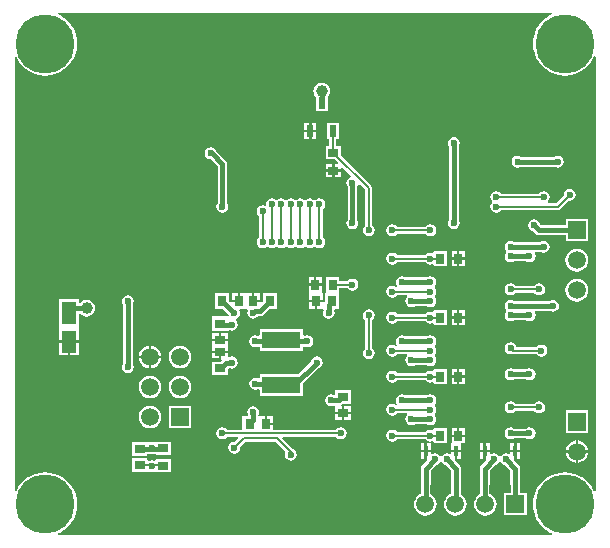
<source format=gbl>
%FSLAX43Y43*%
%MOMM*%
G71*
G01*
G75*
G04 Layer_Physical_Order=2*
G04 Layer_Color=16711680*
%ADD10R,0.559X0.711*%
%ADD11R,3.650X2.050*%
%ADD12R,1.500X1.400*%
%ADD13R,0.800X0.900*%
%ADD14R,1.050X0.600*%
%ADD15R,3.300X1.100*%
%ADD16R,2.150X0.900*%
%ADD17R,2.150X3.200*%
%ADD18O,2.050X0.600*%
%ADD19O,0.600X2.050*%
%ADD20R,0.900X0.800*%
%ADD21R,1.250X1.950*%
%ADD22R,2.250X2.100*%
%ADD23O,1.550X0.250*%
%ADD24R,0.700X0.900*%
%ADD25R,0.900X0.700*%
%ADD26R,3.000X1.000*%
%ADD27R,0.900X1.000*%
%ADD28R,1.900X2.400*%
%ADD29R,1.900X2.300*%
%ADD30R,1.400X0.400*%
%ADD31C,0.400*%
%ADD32C,0.200*%
%ADD33C,1.500*%
%ADD34R,1.500X1.500*%
%ADD35R,1.500X1.500*%
%ADD36C,5.000*%
%ADD37C,0.600*%
%ADD38C,1.000*%
%ADD39R,0.450X0.900*%
%ADD40R,0.600X1.000*%
%ADD41R,3.300X1.400*%
G36*
X45915Y44473D02*
X45770Y44413D01*
X45408Y44191D01*
X45085Y43915D01*
X44809Y43592D01*
X44587Y43230D01*
X44424Y42837D01*
X44325Y42424D01*
X44292Y42000D01*
X44325Y41576D01*
X44424Y41163D01*
X44587Y40770D01*
X44809Y40408D01*
X45085Y40085D01*
X45408Y39809D01*
X45770Y39587D01*
X46163Y39424D01*
X46576Y39325D01*
X47000Y39292D01*
X47424Y39325D01*
X47837Y39424D01*
X48230Y39587D01*
X48592Y39809D01*
X48915Y40085D01*
X49191Y40408D01*
X49413Y40770D01*
X49473Y40915D01*
X49600Y40890D01*
X49600Y4110D01*
X49473Y4085D01*
X49413Y4230D01*
X49191Y4592D01*
X48915Y4915D01*
X48592Y5191D01*
X48230Y5413D01*
X47837Y5576D01*
X47424Y5675D01*
X47000Y5708D01*
X46576Y5675D01*
X46163Y5576D01*
X45770Y5413D01*
X45408Y5191D01*
X45085Y4915D01*
X44809Y4592D01*
X44587Y4230D01*
X44424Y3837D01*
X44325Y3424D01*
X44292Y3000D01*
X44325Y2576D01*
X44424Y2163D01*
X44587Y1770D01*
X44809Y1408D01*
X45085Y1085D01*
X45408Y809D01*
X45770Y587D01*
X45915Y527D01*
X45890Y400D01*
X4110D01*
X4085Y527D01*
X4230Y587D01*
X4592Y809D01*
X4915Y1085D01*
X5191Y1408D01*
X5413Y1770D01*
X5576Y2163D01*
X5675Y2576D01*
X5708Y3000D01*
X5675Y3424D01*
X5576Y3837D01*
X5413Y4230D01*
X5191Y4592D01*
X4915Y4915D01*
X4592Y5191D01*
X4230Y5413D01*
X3837Y5576D01*
X3424Y5675D01*
X3000Y5708D01*
X2576Y5675D01*
X2163Y5576D01*
X1770Y5413D01*
X1408Y5191D01*
X1085Y4915D01*
X809Y4592D01*
X587Y4230D01*
X527Y4085D01*
X400Y4110D01*
X400Y40890D01*
X527Y40915D01*
X587Y40770D01*
X809Y40408D01*
X1085Y40085D01*
X1408Y39809D01*
X1770Y39587D01*
X2163Y39424D01*
X2576Y39325D01*
X3000Y39292D01*
X3424Y39325D01*
X3837Y39424D01*
X4230Y39587D01*
X4592Y39809D01*
X4915Y40085D01*
X5191Y40408D01*
X5413Y40770D01*
X5576Y41163D01*
X5675Y41576D01*
X5708Y42000D01*
X5675Y42424D01*
X5576Y42837D01*
X5413Y43230D01*
X5191Y43592D01*
X4915Y43915D01*
X4592Y44191D01*
X4230Y44413D01*
X4085Y44473D01*
X4110Y44600D01*
X45890D01*
X45915Y44473D01*
D02*
G37*
%LPC*%
G36*
X14400Y13898D02*
X14152Y13866D01*
X13921Y13770D01*
X13722Y13618D01*
X13570Y13419D01*
X13474Y13188D01*
X13442Y12940D01*
X13474Y12692D01*
X13570Y12461D01*
X13722Y12262D01*
X13921Y12110D01*
X14152Y12014D01*
X14400Y11982D01*
X14648Y12014D01*
X14879Y12110D01*
X15078Y12262D01*
X15230Y12461D01*
X15326Y12692D01*
X15358Y12940D01*
X15326Y13188D01*
X15230Y13419D01*
X15078Y13618D01*
X14879Y13770D01*
X14648Y13866D01*
X14400Y13898D01*
D02*
G37*
G36*
X11860D02*
X11612Y13866D01*
X11381Y13770D01*
X11182Y13618D01*
X11030Y13419D01*
X10934Y13188D01*
X10902Y12940D01*
X10934Y12692D01*
X11030Y12461D01*
X11182Y12262D01*
X11381Y12110D01*
X11612Y12014D01*
X11860Y11982D01*
X12108Y12014D01*
X12339Y12110D01*
X12538Y12262D01*
X12690Y12461D01*
X12786Y12692D01*
X12818Y12940D01*
X12786Y13188D01*
X12690Y13419D01*
X12538Y13618D01*
X12339Y13770D01*
X12108Y13866D01*
X11860Y13898D01*
D02*
G37*
G36*
X28850Y11300D02*
X28300D01*
Y10800D01*
X28850D01*
Y11300D01*
D02*
G37*
G36*
X37850Y13700D02*
X37400D01*
Y13150D01*
X37850D01*
Y13700D01*
D02*
G37*
G36*
X28850Y12700D02*
X27550D01*
Y12320D01*
X27423Y12252D01*
X27395Y12271D01*
X27200Y12310D01*
X27005Y12271D01*
X26840Y12160D01*
X26729Y11995D01*
X26690Y11800D01*
X26729Y11605D01*
X26840Y11440D01*
X27005Y11329D01*
X27200Y11290D01*
X27395Y11329D01*
X27450Y11366D01*
X27550Y11280D01*
X27550Y11265D01*
Y10800D01*
X28100D01*
Y11304D01*
X28060Y11418D01*
X28062Y11427D01*
X28171Y11500D01*
X28850D01*
Y12700D01*
D02*
G37*
G36*
X35600Y12310D02*
X35405Y12271D01*
X35310Y12208D01*
X33490D01*
X33395Y12271D01*
X33200Y12310D01*
X33005Y12271D01*
X32840Y12160D01*
X32729Y11995D01*
X32690Y11800D01*
X32729Y11605D01*
X32814Y11477D01*
X32723Y11386D01*
X32595Y11471D01*
X32400Y11510D01*
X32205Y11471D01*
X32040Y11360D01*
X31929Y11195D01*
X31890Y11000D01*
X31929Y10805D01*
X32040Y10640D01*
X32205Y10529D01*
X32400Y10490D01*
X32595Y10529D01*
X32760Y10640D01*
X32797Y10694D01*
X33611D01*
X33649Y10567D01*
X33640Y10560D01*
X33529Y10395D01*
X33490Y10200D01*
X33529Y10005D01*
X33640Y9840D01*
X33805Y9729D01*
X34000Y9690D01*
X34195Y9729D01*
X34290Y9792D01*
X35310D01*
X35405Y9729D01*
X35600Y9690D01*
X35795Y9729D01*
X35960Y9840D01*
X36071Y10005D01*
X36110Y10200D01*
X36071Y10395D01*
X35995Y10510D01*
X35971Y10600D01*
X35995Y10690D01*
X36071Y10805D01*
X36110Y11000D01*
X36071Y11195D01*
X35995Y11310D01*
X35971Y11400D01*
X35995Y11490D01*
X36071Y11605D01*
X36110Y11800D01*
X36071Y11995D01*
X35960Y12160D01*
X35795Y12271D01*
X35600Y12310D01*
D02*
G37*
G36*
X22300Y10450D02*
X21800D01*
Y9900D01*
X22300D01*
Y10450D01*
D02*
G37*
G36*
X15350Y11350D02*
X13450D01*
Y9450D01*
X15350D01*
Y11350D01*
D02*
G37*
G36*
X11860Y11358D02*
X11612Y11326D01*
X11381Y11230D01*
X11182Y11078D01*
X11030Y10879D01*
X10934Y10648D01*
X10902Y10400D01*
X10934Y10152D01*
X11030Y9921D01*
X11182Y9722D01*
X11381Y9570D01*
X11612Y9474D01*
X11860Y9442D01*
X12108Y9474D01*
X12339Y9570D01*
X12538Y9722D01*
X12690Y9921D01*
X12786Y10152D01*
X12818Y10400D01*
X12786Y10648D01*
X12690Y10879D01*
X12538Y11078D01*
X12339Y11230D01*
X12108Y11326D01*
X11860Y11358D01*
D02*
G37*
G36*
X42400Y11710D02*
X42205Y11671D01*
X42040Y11560D01*
X41929Y11395D01*
X41890Y11200D01*
X41929Y11005D01*
X42040Y10840D01*
X42205Y10729D01*
X42400Y10690D01*
X42595Y10729D01*
X42760Y10840D01*
X42797Y10894D01*
X44403D01*
X44440Y10840D01*
X44605Y10729D01*
X44800Y10690D01*
X44995Y10729D01*
X45160Y10840D01*
X45271Y11005D01*
X45310Y11200D01*
X45271Y11395D01*
X45160Y11560D01*
X44995Y11671D01*
X44800Y11710D01*
X44605Y11671D01*
X44440Y11560D01*
X44403Y11506D01*
X42797D01*
X42760Y11560D01*
X42595Y11671D01*
X42400Y11710D01*
D02*
G37*
G36*
X28850Y10600D02*
X28300D01*
Y10100D01*
X28850D01*
Y10600D01*
D02*
G37*
G36*
X28100D02*
X27550D01*
Y10100D01*
X28100D01*
Y10600D01*
D02*
G37*
G36*
X38500Y13700D02*
X38050D01*
Y13150D01*
X38500D01*
Y13700D01*
D02*
G37*
G36*
X11760Y15380D02*
X10915D01*
X10934Y15232D01*
X11030Y15001D01*
X11182Y14802D01*
X11381Y14650D01*
X11612Y14554D01*
X11760Y14535D01*
Y15380D01*
D02*
G37*
G36*
X14400Y16438D02*
X14152Y16406D01*
X13921Y16310D01*
X13722Y16158D01*
X13570Y15959D01*
X13474Y15728D01*
X13442Y15480D01*
X13474Y15232D01*
X13570Y15001D01*
X13722Y14802D01*
X13921Y14650D01*
X14152Y14554D01*
X14400Y14522D01*
X14648Y14554D01*
X14879Y14650D01*
X15078Y14802D01*
X15230Y15001D01*
X15326Y15232D01*
X15358Y15480D01*
X15326Y15728D01*
X15230Y15959D01*
X15078Y16158D01*
X14879Y16310D01*
X14648Y16406D01*
X14400Y16438D01*
D02*
G37*
G36*
X18450Y15800D02*
X17900D01*
Y15335D01*
X17946Y15223D01*
X17773Y15050D01*
X17150D01*
Y13950D01*
X18450D01*
Y14480D01*
X18577Y14548D01*
X18605Y14529D01*
X18800Y14490D01*
X18995Y14529D01*
X19160Y14640D01*
X19271Y14805D01*
X19310Y15000D01*
X19271Y15195D01*
X19160Y15360D01*
X18995Y15471D01*
X18800Y15510D01*
X18605Y15471D01*
X18577Y15452D01*
X18450Y15520D01*
Y15800D01*
D02*
G37*
G36*
X17700D02*
X17150D01*
Y15350D01*
X17700D01*
Y15800D01*
D02*
G37*
G36*
X30400Y19510D02*
X30205Y19471D01*
X30039Y19360D01*
X29929Y19195D01*
X29890Y19000D01*
X29929Y18805D01*
X30039Y18639D01*
X30094Y18603D01*
Y16197D01*
X30040Y16160D01*
X29929Y15995D01*
X29890Y15800D01*
X29929Y15605D01*
X30040Y15440D01*
X30205Y15329D01*
X30400Y15290D01*
X30595Y15329D01*
X30760Y15440D01*
X30871Y15605D01*
X30910Y15800D01*
X30871Y15995D01*
X30760Y16160D01*
X30706Y16197D01*
Y18603D01*
X30760Y18639D01*
X30871Y18805D01*
X30910Y19000D01*
X30871Y19195D01*
X30760Y19360D01*
X30595Y19471D01*
X30400Y19510D01*
D02*
G37*
G36*
X12805Y15380D02*
X11960D01*
Y14535D01*
X12108Y14554D01*
X12339Y14650D01*
X12538Y14802D01*
X12690Y15001D01*
X12786Y15232D01*
X12805Y15380D01*
D02*
G37*
G36*
X38500Y14450D02*
X38050D01*
Y13900D01*
X38500D01*
Y14450D01*
D02*
G37*
G36*
X37850D02*
X37400D01*
Y13900D01*
X37850D01*
Y14450D01*
D02*
G37*
G36*
X26000Y15510D02*
X25805Y15471D01*
X25640Y15360D01*
X25529Y15195D01*
X25507Y15084D01*
X24423Y14000D01*
X21150D01*
Y13720D01*
X21023Y13652D01*
X20995Y13671D01*
X20800Y13710D01*
X20605Y13671D01*
X20440Y13560D01*
X20329Y13395D01*
X20290Y13200D01*
X20329Y13005D01*
X20440Y12840D01*
X20605Y12729D01*
X20800Y12690D01*
X20995Y12729D01*
X21023Y12748D01*
X21150Y12680D01*
Y12200D01*
X24850D01*
Y13273D01*
X26084Y14507D01*
X26195Y14529D01*
X26360Y14640D01*
X26471Y14805D01*
X26510Y15000D01*
X26471Y15195D01*
X26360Y15360D01*
X26195Y15471D01*
X26000Y15510D01*
D02*
G37*
G36*
X44000Y14510D02*
X43805Y14471D01*
X43710Y14408D01*
X42690D01*
X42595Y14471D01*
X42400Y14510D01*
X42205Y14471D01*
X42040Y14360D01*
X41929Y14195D01*
X41890Y14000D01*
X41929Y13805D01*
X42040Y13640D01*
X42205Y13529D01*
X42400Y13490D01*
X42595Y13529D01*
X42690Y13592D01*
X43710D01*
X43805Y13529D01*
X44000Y13490D01*
X44195Y13529D01*
X44360Y13640D01*
X44471Y13805D01*
X44510Y14000D01*
X44471Y14195D01*
X44360Y14360D01*
X44195Y14471D01*
X44000Y14510D01*
D02*
G37*
G36*
X37000Y14450D02*
X35900D01*
Y14342D01*
X35773Y14275D01*
X35600Y14310D01*
X35405Y14271D01*
X35240Y14160D01*
X35203Y14106D01*
X32797D01*
X32760Y14160D01*
X32595Y14271D01*
X32400Y14310D01*
X32205Y14271D01*
X32040Y14160D01*
X31929Y13995D01*
X31890Y13800D01*
X31929Y13605D01*
X32040Y13440D01*
X32205Y13329D01*
X32400Y13290D01*
X32595Y13329D01*
X32760Y13440D01*
X32797Y13494D01*
X35203D01*
X35240Y13440D01*
X35405Y13329D01*
X35600Y13290D01*
X35773Y13325D01*
X35900Y13258D01*
Y13150D01*
X37000D01*
Y14450D01*
D02*
G37*
G36*
X10000Y20710D02*
X9805Y20671D01*
X9640Y20560D01*
X9529Y20395D01*
X9490Y20200D01*
X9529Y20005D01*
X9592Y19910D01*
Y14890D01*
X9529Y14795D01*
X9490Y14600D01*
X9529Y14405D01*
X9640Y14240D01*
X9805Y14129D01*
X10000Y14090D01*
X10195Y14129D01*
X10360Y14240D01*
X10471Y14405D01*
X10510Y14600D01*
X10471Y14795D01*
X10408Y14890D01*
Y19910D01*
X10471Y20005D01*
X10510Y20200D01*
X10471Y20395D01*
X10360Y20560D01*
X10195Y20671D01*
X10000Y20710D01*
D02*
G37*
G36*
X42700Y7400D02*
X42375D01*
Y7304D01*
X42248Y7236D01*
X42195Y7271D01*
X42000Y7310D01*
X41805Y7271D01*
X41640Y7160D01*
X41576Y7066D01*
X41424D01*
X41360Y7160D01*
X41195Y7271D01*
X41000Y7310D01*
X40805Y7271D01*
X40752Y7236D01*
X40625Y7304D01*
Y7400D01*
X40300D01*
Y6850D01*
X40307D01*
X40356Y6733D01*
X39912Y6288D01*
X39823Y6156D01*
X39818Y6130D01*
X39806Y6069D01*
X39775Y5950D01*
X39775Y5950D01*
Y5950D01*
D01*
X39775Y5832D01*
Y4650D01*
X39792D01*
Y3834D01*
X39781Y3830D01*
X39582Y3678D01*
X39430Y3479D01*
X39334Y3248D01*
X39302Y3000D01*
X39334Y2752D01*
X39430Y2521D01*
X39582Y2322D01*
X39781Y2170D01*
X40012Y2074D01*
X40260Y2042D01*
X40508Y2074D01*
X40739Y2170D01*
X40938Y2322D01*
X41090Y2521D01*
X41186Y2752D01*
X41218Y3000D01*
X41186Y3248D01*
X41090Y3479D01*
X40938Y3678D01*
X40739Y3830D01*
X40608Y3884D01*
Y4650D01*
X40625D01*
Y5848D01*
X41084Y6307D01*
X41195Y6329D01*
X41360Y6440D01*
X41424Y6534D01*
X41576D01*
X41640Y6440D01*
X41805Y6329D01*
X41916Y6307D01*
X42375Y5848D01*
Y4650D01*
X42392D01*
Y3950D01*
X41850D01*
Y2050D01*
X43750D01*
Y3950D01*
X43208D01*
Y4650D01*
X43225D01*
Y5950D01*
X43208D01*
Y6000D01*
X43177Y6156D01*
X43088Y6288D01*
X42644Y6733D01*
X42693Y6850D01*
X42700D01*
Y7400D01*
D02*
G37*
G36*
X37700D02*
X37375D01*
Y7304D01*
X37248Y7236D01*
X37195Y7271D01*
X37000Y7310D01*
X36805Y7271D01*
X36640Y7160D01*
X36576Y7066D01*
X36424D01*
X36360Y7160D01*
X36195Y7271D01*
X36000Y7310D01*
X35805Y7271D01*
X35752Y7236D01*
X35625Y7304D01*
Y7400D01*
X35300D01*
Y6850D01*
X35307D01*
X35356Y6733D01*
X34912Y6288D01*
X34823Y6156D01*
X34818Y6130D01*
X34806Y6069D01*
X34775Y5950D01*
X34775Y5950D01*
Y5950D01*
D01*
X34775Y5832D01*
Y4650D01*
X34792D01*
Y3868D01*
X34701Y3830D01*
X34502Y3678D01*
X34350Y3479D01*
X34254Y3248D01*
X34222Y3000D01*
X34254Y2752D01*
X34350Y2521D01*
X34502Y2322D01*
X34701Y2170D01*
X34932Y2074D01*
X35180Y2042D01*
X35428Y2074D01*
X35659Y2170D01*
X35858Y2322D01*
X36010Y2521D01*
X36106Y2752D01*
X36138Y3000D01*
X36106Y3248D01*
X36010Y3479D01*
X35858Y3678D01*
X35659Y3830D01*
X35608Y3851D01*
Y4650D01*
X35625D01*
Y5848D01*
X36084Y6307D01*
X36195Y6329D01*
X36360Y6440D01*
X36424Y6534D01*
X36576D01*
X36640Y6440D01*
X36805Y6329D01*
X36916Y6307D01*
X37375Y5848D01*
Y4650D01*
X37392D01*
Y3892D01*
X37241Y3830D01*
X37042Y3678D01*
X36890Y3479D01*
X36794Y3248D01*
X36762Y3000D01*
X36794Y2752D01*
X36890Y2521D01*
X37042Y2322D01*
X37241Y2170D01*
X37472Y2074D01*
X37720Y2042D01*
X37968Y2074D01*
X38199Y2170D01*
X38398Y2322D01*
X38550Y2521D01*
X38646Y2752D01*
X38678Y3000D01*
X38646Y3248D01*
X38550Y3479D01*
X38398Y3678D01*
X38208Y3823D01*
Y4650D01*
X38225D01*
Y5832D01*
X38225Y5950D01*
Y5950D01*
D01*
X38225Y5950D01*
X38194Y6069D01*
X38177Y6156D01*
X38147Y6200D01*
X38088Y6288D01*
X38088Y6288D01*
X37644Y6733D01*
X37693Y6850D01*
X37700D01*
Y7400D01*
D02*
G37*
G36*
X43225D02*
X42900D01*
Y6850D01*
X43225D01*
Y7400D01*
D02*
G37*
G36*
X35100Y8150D02*
X34775D01*
Y7600D01*
X35100D01*
Y8150D01*
D02*
G37*
G36*
X48100Y8405D02*
Y7560D01*
X48945D01*
X48926Y7708D01*
X48830Y7939D01*
X48678Y8138D01*
X48479Y8290D01*
X48248Y8386D01*
X48100Y8405D01*
D02*
G37*
G36*
X47900D02*
X47752Y8386D01*
X47521Y8290D01*
X47322Y8138D01*
X47170Y7939D01*
X47074Y7708D01*
X47055Y7560D01*
X47900D01*
Y8405D01*
D02*
G37*
G36*
X48945Y7360D02*
X48100D01*
Y6515D01*
X48248Y6534D01*
X48479Y6630D01*
X48678Y6782D01*
X48830Y6981D01*
X48926Y7212D01*
X48945Y7360D01*
D02*
G37*
G36*
X47900D02*
X47055D01*
X47074Y7212D01*
X47170Y6981D01*
X47322Y6782D01*
X47521Y6630D01*
X47752Y6534D01*
X47900Y6515D01*
Y7360D01*
D02*
G37*
G36*
X11650Y6900D02*
X10350D01*
Y5700D01*
X11650D01*
X11650Y5700D01*
Y5700D01*
X11760Y5759D01*
X11805Y5729D01*
X12000Y5690D01*
X12195Y5729D01*
X12240Y5759D01*
X12350Y5700D01*
Y5700D01*
X12350Y5700D01*
X13650D01*
Y6800D01*
X12350D01*
Y6720D01*
X12223Y6652D01*
X12195Y6671D01*
X12000Y6710D01*
X11805Y6671D01*
X11777Y6652D01*
X11650Y6720D01*
Y6900D01*
D02*
G37*
G36*
X40100Y7400D02*
X39775D01*
Y6850D01*
X40100D01*
Y7400D01*
D02*
G37*
G36*
X38225D02*
X37900D01*
Y6850D01*
X38225D01*
Y7400D01*
D02*
G37*
G36*
X35100D02*
X34775D01*
Y6850D01*
X35100D01*
Y7400D01*
D02*
G37*
G36*
X35625Y8150D02*
X35300D01*
Y7600D01*
X35625D01*
Y8150D01*
D02*
G37*
G36*
X48950Y10950D02*
X47050D01*
Y9050D01*
X48950D01*
Y10950D01*
D02*
G37*
G36*
X38500Y9450D02*
X38050D01*
Y8900D01*
X38500D01*
Y9450D01*
D02*
G37*
G36*
X37850D02*
X37400D01*
Y8900D01*
X37850D01*
Y9450D01*
D02*
G37*
G36*
X44000Y9510D02*
X43805Y9471D01*
X43710Y9408D01*
X42690D01*
X42595Y9471D01*
X42400Y9510D01*
X42205Y9471D01*
X42040Y9360D01*
X41929Y9195D01*
X41890Y9000D01*
X41929Y8805D01*
X42040Y8640D01*
X42205Y8529D01*
X42400Y8490D01*
X42595Y8529D01*
X42690Y8592D01*
X43710D01*
X43805Y8529D01*
X44000Y8490D01*
X44195Y8529D01*
X44360Y8640D01*
X44471Y8805D01*
X44510Y9000D01*
X44471Y9195D01*
X44360Y9360D01*
X44195Y9471D01*
X44000Y9510D01*
D02*
G37*
G36*
X20600Y11310D02*
X20405Y11271D01*
X20240Y11160D01*
X20129Y10995D01*
X20090Y10800D01*
X20129Y10605D01*
X20148Y10577D01*
X20080Y10450D01*
X19700D01*
Y9306D01*
X18397D01*
X18360Y9360D01*
X18195Y9471D01*
X18000Y9510D01*
X17805Y9471D01*
X17640Y9360D01*
X17529Y9195D01*
X17490Y9000D01*
X17529Y8805D01*
X17640Y8640D01*
X17805Y8529D01*
X18000Y8490D01*
X18195Y8529D01*
X18360Y8640D01*
X18397Y8694D01*
X19296D01*
X19344Y8577D01*
X19064Y8297D01*
X19000Y8310D01*
X18805Y8271D01*
X18640Y8160D01*
X18529Y7995D01*
X18490Y7800D01*
X18529Y7605D01*
X18640Y7440D01*
X18805Y7329D01*
X19000Y7290D01*
X19195Y7329D01*
X19360Y7440D01*
X19471Y7605D01*
X19510Y7800D01*
X19497Y7864D01*
X19927Y8294D01*
X22473D01*
X23346Y7421D01*
X23329Y7395D01*
X23290Y7200D01*
X23329Y7005D01*
X23440Y6840D01*
X23605Y6729D01*
X23800Y6690D01*
X23995Y6729D01*
X24160Y6840D01*
X24271Y7005D01*
X24310Y7200D01*
X24271Y7395D01*
X24160Y7560D01*
X23995Y7671D01*
X23953Y7679D01*
X23056Y8577D01*
X23104Y8694D01*
X27603D01*
X27640Y8640D01*
X27805Y8529D01*
X28000Y8490D01*
X28195Y8529D01*
X28360Y8640D01*
X28471Y8805D01*
X28510Y9000D01*
X28471Y9195D01*
X28360Y9360D01*
X28195Y9471D01*
X28000Y9510D01*
X27805Y9471D01*
X27640Y9360D01*
X27603Y9306D01*
X22300D01*
Y9700D01*
X21700D01*
Y9800D01*
X21600D01*
Y10450D01*
X21120D01*
X21034Y10550D01*
X21071Y10605D01*
X21110Y10800D01*
X21071Y10995D01*
X20960Y11160D01*
X20795Y11271D01*
X20600Y11310D01*
D02*
G37*
G36*
X37000Y9450D02*
X35900D01*
Y9342D01*
X35773Y9275D01*
X35600Y9310D01*
X35405Y9271D01*
X35240Y9160D01*
X35203Y9106D01*
X32797D01*
X32760Y9160D01*
X32595Y9271D01*
X32400Y9310D01*
X32205Y9271D01*
X32040Y9160D01*
X31929Y8995D01*
X31890Y8800D01*
X31929Y8605D01*
X32040Y8440D01*
X32205Y8329D01*
X32400Y8290D01*
X32595Y8329D01*
X32760Y8440D01*
X32797Y8494D01*
X35203D01*
X35240Y8440D01*
X35405Y8329D01*
X35600Y8290D01*
X35773Y8325D01*
X35900Y8258D01*
Y8150D01*
X37000D01*
Y9450D01*
D02*
G37*
G36*
X40625Y8150D02*
X40300D01*
Y7600D01*
X40625D01*
Y8150D01*
D02*
G37*
G36*
X40100D02*
X39775D01*
Y7600D01*
X40100D01*
Y8150D01*
D02*
G37*
G36*
X38500Y8700D02*
X37400D01*
Y8150D01*
X37375D01*
Y7600D01*
X38225D01*
Y8150D01*
X38500D01*
Y8700D01*
D02*
G37*
G36*
X12000Y8310D02*
X11805Y8271D01*
X11760Y8241D01*
X11650Y8300D01*
Y8300D01*
X11650Y8300D01*
X10350D01*
Y7100D01*
X11650D01*
Y7292D01*
X11990D01*
X12000Y7290D01*
X12010Y7292D01*
X12350D01*
Y7200D01*
X13650D01*
Y8300D01*
X12350D01*
X12350Y8300D01*
Y8300D01*
X12240Y8241D01*
X12195Y8271D01*
X12000Y8310D01*
D02*
G37*
G36*
X43225Y8150D02*
X42900D01*
Y7600D01*
X43225D01*
Y8150D01*
D02*
G37*
G36*
X42700D02*
X42375D01*
Y7600D01*
X42700D01*
Y8150D01*
D02*
G37*
G36*
X42400Y16710D02*
X42205Y16671D01*
X42040Y16560D01*
X41929Y16395D01*
X41890Y16200D01*
X41929Y16005D01*
X42040Y15840D01*
X42205Y15729D01*
X42400Y15690D01*
X42510Y15712D01*
X42600Y15694D01*
X44603D01*
X44640Y15640D01*
X44805Y15529D01*
X45000Y15490D01*
X45195Y15529D01*
X45360Y15640D01*
X45471Y15805D01*
X45510Y16000D01*
X45471Y16195D01*
X45360Y16360D01*
X45195Y16471D01*
X45000Y16510D01*
X44805Y16471D01*
X44640Y16360D01*
X44603Y16306D01*
X42889D01*
X42871Y16395D01*
X42760Y16560D01*
X42595Y16671D01*
X42400Y16710D01*
D02*
G37*
G36*
X45200Y25310D02*
X45005Y25271D01*
X44910Y25208D01*
X42690D01*
X42595Y25271D01*
X42400Y25310D01*
X42205Y25271D01*
X42040Y25160D01*
X41929Y24995D01*
X41890Y24800D01*
X41929Y24605D01*
X42005Y24490D01*
X42029Y24400D01*
X42005Y24310D01*
X41929Y24195D01*
X41890Y24000D01*
X41929Y23805D01*
X42040Y23640D01*
X42205Y23529D01*
X42400Y23490D01*
X42595Y23529D01*
X42690Y23592D01*
X43710D01*
X43805Y23529D01*
X44000Y23490D01*
X44195Y23529D01*
X44360Y23640D01*
X44471Y23805D01*
X44510Y24000D01*
X44471Y24195D01*
X44424Y24265D01*
X44492Y24392D01*
X44910D01*
X45005Y24329D01*
X45200Y24290D01*
X45395Y24329D01*
X45560Y24440D01*
X45671Y24605D01*
X45710Y24800D01*
X45671Y24995D01*
X45560Y25160D01*
X45395Y25271D01*
X45200Y25310D01*
D02*
G37*
G36*
X37000Y24450D02*
X35900D01*
Y24342D01*
X35773Y24275D01*
X35600Y24310D01*
X35405Y24271D01*
X35240Y24160D01*
X35203Y24106D01*
X32797D01*
X32760Y24160D01*
X32595Y24271D01*
X32400Y24310D01*
X32205Y24271D01*
X32040Y24160D01*
X31929Y23995D01*
X31890Y23800D01*
X31929Y23605D01*
X32040Y23440D01*
X32205Y23329D01*
X32400Y23290D01*
X32595Y23329D01*
X32760Y23440D01*
X32797Y23494D01*
X35203D01*
X35240Y23440D01*
X35405Y23329D01*
X35600Y23290D01*
X35773Y23325D01*
X35900Y23258D01*
Y23150D01*
X37000D01*
Y24450D01*
D02*
G37*
G36*
X38500D02*
X38050D01*
Y23900D01*
X38500D01*
Y24450D01*
D02*
G37*
G36*
X35600Y26710D02*
X35405Y26671D01*
X35240Y26560D01*
X35203Y26506D01*
X32797D01*
X32760Y26560D01*
X32595Y26671D01*
X32400Y26710D01*
X32205Y26671D01*
X32040Y26560D01*
X31929Y26395D01*
X31890Y26200D01*
X31929Y26005D01*
X32040Y25840D01*
X32205Y25729D01*
X32400Y25690D01*
X32595Y25729D01*
X32760Y25840D01*
X32797Y25894D01*
X35203D01*
X35240Y25840D01*
X35405Y25729D01*
X35600Y25690D01*
X35795Y25729D01*
X35960Y25840D01*
X36071Y26005D01*
X36110Y26200D01*
X36071Y26395D01*
X35960Y26560D01*
X35795Y26671D01*
X35600Y26710D01*
D02*
G37*
G36*
X37600Y34110D02*
X37405Y34071D01*
X37240Y33960D01*
X37129Y33795D01*
X37090Y33600D01*
X37129Y33405D01*
X37192Y33310D01*
Y27090D01*
X37129Y26995D01*
X37090Y26800D01*
X37129Y26605D01*
X37240Y26440D01*
X37405Y26329D01*
X37600Y26290D01*
X37795Y26329D01*
X37960Y26440D01*
X38071Y26605D01*
X38110Y26800D01*
X38071Y26995D01*
X38008Y27090D01*
Y33310D01*
X38071Y33405D01*
X38110Y33600D01*
X38071Y33795D01*
X37960Y33960D01*
X37795Y34071D01*
X37600Y34110D01*
D02*
G37*
G36*
X27850Y35300D02*
X26850D01*
Y33900D01*
X27044D01*
Y33300D01*
X26750D01*
Y32200D01*
X27517D01*
X27800Y31917D01*
X27751Y31800D01*
X27500D01*
Y31350D01*
X28050D01*
Y31501D01*
X28167Y31550D01*
X28898Y30819D01*
X28857Y30681D01*
X28805Y30671D01*
X28640Y30560D01*
X28529Y30395D01*
X28490Y30200D01*
X28529Y30005D01*
X28592Y29910D01*
Y27090D01*
X28529Y26995D01*
X28490Y26800D01*
X28529Y26605D01*
X28640Y26440D01*
X28805Y26329D01*
X29000Y26290D01*
X29195Y26329D01*
X29360Y26440D01*
X29471Y26605D01*
X29510Y26800D01*
X29471Y26995D01*
X29408Y27090D01*
Y29910D01*
X29471Y30005D01*
X29481Y30057D01*
X29619Y30098D01*
X30094Y29623D01*
Y26597D01*
X30040Y26560D01*
X29929Y26395D01*
X29890Y26200D01*
X29929Y26005D01*
X30040Y25840D01*
X30205Y25729D01*
X30400Y25690D01*
X30595Y25729D01*
X30760Y25840D01*
X30871Y26005D01*
X30910Y26200D01*
X30871Y26395D01*
X30760Y26560D01*
X30706Y26597D01*
Y29750D01*
X30683Y29867D01*
X30616Y29966D01*
X30616Y29966D01*
X28050Y32533D01*
Y33300D01*
X27656D01*
Y33900D01*
X27850D01*
Y35300D01*
D02*
G37*
G36*
X48000Y24618D02*
X47752Y24586D01*
X47521Y24490D01*
X47322Y24338D01*
X47170Y24139D01*
X47074Y23908D01*
X47042Y23660D01*
X47074Y23412D01*
X47170Y23181D01*
X47322Y22982D01*
X47521Y22830D01*
X47752Y22734D01*
X48000Y22702D01*
X48248Y22734D01*
X48479Y22830D01*
X48678Y22982D01*
X48830Y23181D01*
X48926Y23412D01*
X48958Y23660D01*
X48926Y23908D01*
X48830Y24139D01*
X48678Y24338D01*
X48479Y24490D01*
X48248Y24586D01*
X48000Y24618D01*
D02*
G37*
G36*
X35600Y22310D02*
X35405Y22271D01*
X35310Y22208D01*
X33490D01*
X33395Y22271D01*
X33200Y22310D01*
X33005Y22271D01*
X32840Y22160D01*
X32729Y21995D01*
X32690Y21800D01*
X32729Y21605D01*
X32814Y21477D01*
X32723Y21386D01*
X32595Y21471D01*
X32400Y21510D01*
X32205Y21471D01*
X32040Y21360D01*
X31929Y21195D01*
X31890Y21000D01*
X31929Y20805D01*
X32040Y20640D01*
X32205Y20529D01*
X32400Y20490D01*
X32595Y20529D01*
X32760Y20640D01*
X32797Y20694D01*
X33611D01*
X33649Y20567D01*
X33640Y20560D01*
X33529Y20395D01*
X33490Y20200D01*
X33529Y20005D01*
X33640Y19840D01*
X33805Y19729D01*
X34000Y19690D01*
X34195Y19729D01*
X34290Y19792D01*
X35310D01*
X35405Y19729D01*
X35600Y19690D01*
X35795Y19729D01*
X35960Y19840D01*
X36071Y20005D01*
X36110Y20200D01*
X36071Y20395D01*
X35995Y20510D01*
X35971Y20600D01*
X35995Y20690D01*
X36071Y20805D01*
X36110Y21000D01*
X36071Y21195D01*
X35995Y21310D01*
X35971Y21400D01*
X35995Y21490D01*
X36071Y21605D01*
X36110Y21800D01*
X36071Y21995D01*
X35960Y22160D01*
X35795Y22271D01*
X35600Y22310D01*
D02*
G37*
G36*
X26400Y22250D02*
X25950D01*
Y21700D01*
X26400D01*
Y22250D01*
D02*
G37*
G36*
X37850Y24450D02*
X37400D01*
Y23900D01*
X37850D01*
Y24450D01*
D02*
G37*
G36*
X38500Y23700D02*
X38050D01*
Y23150D01*
X38500D01*
Y23700D01*
D02*
G37*
G36*
X37850D02*
X37400D01*
Y23150D01*
X37850D01*
Y23700D01*
D02*
G37*
G36*
X48950Y27150D02*
X47050D01*
Y26608D01*
X44969D01*
X44893Y26684D01*
X44871Y26795D01*
X44760Y26960D01*
X44595Y27071D01*
X44400Y27110D01*
X44205Y27071D01*
X44040Y26960D01*
X43929Y26795D01*
X43890Y26600D01*
X43929Y26405D01*
X44040Y26240D01*
X44205Y26129D01*
X44316Y26107D01*
X44512Y25912D01*
X44512Y25912D01*
X44644Y25823D01*
X44800Y25792D01*
X47050D01*
Y25250D01*
X48950D01*
Y27150D01*
D02*
G37*
G36*
X25950Y34500D02*
X25550D01*
Y33900D01*
X25950D01*
Y34500D01*
D02*
G37*
G36*
X25350D02*
X24950D01*
Y33900D01*
X25350D01*
Y34500D01*
D02*
G37*
G36*
X43000Y32510D02*
X42805Y32471D01*
X42640Y32360D01*
X42529Y32195D01*
X42490Y32000D01*
X42529Y31805D01*
X42640Y31640D01*
X42805Y31529D01*
X43000Y31490D01*
X43195Y31529D01*
X43290Y31592D01*
X46110D01*
X46205Y31529D01*
X46400Y31490D01*
X46595Y31529D01*
X46760Y31639D01*
X46871Y31805D01*
X46910Y32000D01*
X46871Y32195D01*
X46760Y32360D01*
X46595Y32471D01*
X46400Y32510D01*
X46205Y32471D01*
X46110Y32408D01*
X43290D01*
X43195Y32471D01*
X43000Y32510D01*
D02*
G37*
G36*
X26400Y38706D02*
X26217Y38682D01*
X26047Y38611D01*
X25901Y38499D01*
X25789Y38353D01*
X25718Y38183D01*
X25694Y38000D01*
X25718Y37817D01*
X25789Y37647D01*
X25900Y37502D01*
Y36300D01*
X26900D01*
Y37502D01*
X27011Y37647D01*
X27082Y37817D01*
X27106Y38000D01*
X27082Y38183D01*
X27011Y38353D01*
X26899Y38499D01*
X26753Y38611D01*
X26583Y38682D01*
X26400Y38706D01*
D02*
G37*
G36*
X25950Y35300D02*
X25550D01*
Y34700D01*
X25950D01*
Y35300D01*
D02*
G37*
G36*
X25350D02*
X24950D01*
Y34700D01*
X25350D01*
Y35300D01*
D02*
G37*
G36*
X26200Y28910D02*
X26005Y28871D01*
X25890Y28795D01*
X25800Y28771D01*
X25710Y28795D01*
X25595Y28871D01*
X25400Y28910D01*
X25205Y28871D01*
X25090Y28795D01*
X25000Y28771D01*
X24910Y28795D01*
X24795Y28871D01*
X24600Y28910D01*
X24405Y28871D01*
X24290Y28795D01*
X24200Y28771D01*
X24110Y28795D01*
X23995Y28871D01*
X23800Y28910D01*
X23605Y28871D01*
X23490Y28795D01*
X23400Y28771D01*
X23310Y28795D01*
X23195Y28871D01*
X23000Y28910D01*
X22805Y28871D01*
X22640Y28760D01*
X22510Y28795D01*
X22395Y28871D01*
X22200Y28910D01*
X22005Y28871D01*
X21840Y28760D01*
X21729Y28595D01*
X21690Y28400D01*
X21699Y28354D01*
X21595Y28271D01*
X21400Y28310D01*
X21205Y28271D01*
X21040Y28160D01*
X20929Y27995D01*
X20890Y27800D01*
X20929Y27605D01*
X21040Y27440D01*
X21094Y27403D01*
Y27000D01*
X21094Y27000D01*
X21094Y27000D01*
Y25597D01*
X21040Y25560D01*
X20929Y25395D01*
X20890Y25200D01*
X20929Y25005D01*
X21040Y24840D01*
X21205Y24729D01*
X21400Y24690D01*
X21595Y24729D01*
X21760Y24840D01*
X21890Y24805D01*
X22005Y24729D01*
X22200Y24690D01*
X22395Y24729D01*
X22510Y24805D01*
X22600Y24829D01*
X22690Y24805D01*
X22805Y24729D01*
X23000Y24690D01*
X23195Y24729D01*
X23310Y24805D01*
X23400Y24829D01*
X23490Y24805D01*
X23605Y24729D01*
X23800Y24690D01*
X23995Y24729D01*
X24110Y24805D01*
X24200Y24829D01*
X24290Y24805D01*
X24405Y24729D01*
X24600Y24690D01*
X24795Y24729D01*
X24910Y24805D01*
X25000Y24829D01*
X25090Y24805D01*
X25205Y24729D01*
X25400Y24690D01*
X25595Y24729D01*
X25710Y24805D01*
X25800Y24829D01*
X25890Y24805D01*
X26005Y24729D01*
X26200Y24690D01*
X26395Y24729D01*
X26560Y24840D01*
X26671Y25005D01*
X26710Y25200D01*
X26671Y25395D01*
X26560Y25560D01*
X26506Y25597D01*
Y28003D01*
X26560Y28040D01*
X26671Y28205D01*
X26710Y28400D01*
X26671Y28595D01*
X26560Y28760D01*
X26395Y28871D01*
X26200Y28910D01*
D02*
G37*
G36*
X47400Y29710D02*
X47205Y29671D01*
X47040Y29560D01*
X46929Y29395D01*
X46890Y29200D01*
X46903Y29136D01*
X46273Y28506D01*
X45589D01*
X45551Y28633D01*
X45560Y28640D01*
X45671Y28805D01*
X45710Y29000D01*
X45671Y29195D01*
X45560Y29360D01*
X45395Y29471D01*
X45200Y29510D01*
X45005Y29471D01*
X44840Y29360D01*
X44803Y29306D01*
X41597D01*
X41560Y29360D01*
X41395Y29471D01*
X41200Y29510D01*
X41005Y29471D01*
X40840Y29360D01*
X40729Y29195D01*
X40690Y29000D01*
X40729Y28805D01*
X40805Y28690D01*
X40829Y28600D01*
X40805Y28510D01*
X40729Y28395D01*
X40690Y28200D01*
X40729Y28005D01*
X40840Y27840D01*
X41005Y27729D01*
X41200Y27690D01*
X41395Y27729D01*
X41560Y27840D01*
X41597Y27894D01*
X46400D01*
X46400Y27894D01*
X46517Y27917D01*
X46616Y27984D01*
X47336Y28703D01*
X47400Y28690D01*
X47595Y28729D01*
X47760Y28840D01*
X47871Y29005D01*
X47910Y29200D01*
X47871Y29395D01*
X47760Y29560D01*
X47595Y29671D01*
X47400Y29710D01*
D02*
G37*
G36*
X17000Y33210D02*
X16805Y33171D01*
X16640Y33060D01*
X16529Y32895D01*
X16490Y32700D01*
X16529Y32505D01*
X16640Y32340D01*
X16805Y32229D01*
X17000Y32190D01*
X17019Y32194D01*
X17592Y31621D01*
Y28490D01*
X17529Y28395D01*
X17490Y28200D01*
X17529Y28005D01*
X17640Y27840D01*
X17805Y27729D01*
X18000Y27690D01*
X18195Y27729D01*
X18360Y27840D01*
X18471Y28005D01*
X18510Y28200D01*
X18471Y28395D01*
X18408Y28490D01*
Y31790D01*
X18377Y31946D01*
X18288Y32078D01*
X18288Y32078D01*
X17470Y32897D01*
X17360Y33060D01*
X17195Y33171D01*
X17000Y33210D01*
D02*
G37*
G36*
X27300Y31800D02*
X26750D01*
Y31350D01*
X27300D01*
Y31800D01*
D02*
G37*
G36*
X28050Y31150D02*
X27500D01*
Y30700D01*
X28050D01*
Y31150D01*
D02*
G37*
G36*
X27300D02*
X26750D01*
Y30700D01*
X27300D01*
Y31150D01*
D02*
G37*
G36*
X24850Y17800D02*
X21150D01*
Y17320D01*
X21023Y17252D01*
X20995Y17271D01*
X20800Y17310D01*
X20605Y17271D01*
X20440Y17160D01*
X20329Y16995D01*
X20290Y16800D01*
X20329Y16605D01*
X20440Y16440D01*
X20605Y16329D01*
X20800Y16290D01*
X20995Y16329D01*
X21023Y16348D01*
X21150Y16280D01*
Y16000D01*
X24850D01*
Y16280D01*
X24977Y16348D01*
X25005Y16329D01*
X25200Y16290D01*
X25395Y16329D01*
X25560Y16440D01*
X25671Y16605D01*
X25710Y16800D01*
X25671Y16995D01*
X25560Y17160D01*
X25395Y17271D01*
X25200Y17310D01*
X25005Y17271D01*
X24977Y17252D01*
X24850Y17320D01*
Y17800D01*
D02*
G37*
G36*
X35600Y17310D02*
X35405Y17271D01*
X35310Y17208D01*
X33490D01*
X33395Y17271D01*
X33200Y17310D01*
X33005Y17271D01*
X32840Y17160D01*
X32729Y16995D01*
X32690Y16800D01*
X32729Y16605D01*
X32814Y16477D01*
X32723Y16386D01*
X32595Y16471D01*
X32400Y16510D01*
X32205Y16471D01*
X32040Y16360D01*
X31929Y16195D01*
X31890Y16000D01*
X31929Y15805D01*
X32040Y15640D01*
X32205Y15529D01*
X32400Y15490D01*
X32595Y15529D01*
X32760Y15640D01*
X32797Y15694D01*
X33611D01*
X33649Y15567D01*
X33640Y15560D01*
X33529Y15395D01*
X33490Y15200D01*
X33529Y15005D01*
X33640Y14840D01*
X33805Y14729D01*
X34000Y14690D01*
X34195Y14729D01*
X34290Y14792D01*
X35310D01*
X35405Y14729D01*
X35600Y14690D01*
X35795Y14729D01*
X35960Y14840D01*
X36071Y15005D01*
X36110Y15200D01*
X36071Y15395D01*
X35995Y15510D01*
X35971Y15600D01*
X35995Y15690D01*
X36071Y15805D01*
X36110Y16000D01*
X36071Y16195D01*
X35995Y16310D01*
X35971Y16400D01*
X35995Y16490D01*
X36071Y16605D01*
X36110Y16800D01*
X36071Y16995D01*
X35960Y17160D01*
X35795Y17271D01*
X35600Y17310D01*
D02*
G37*
G36*
X18450Y17500D02*
X17900D01*
Y17000D01*
X18450D01*
Y17500D01*
D02*
G37*
G36*
X5825Y20400D02*
X4175D01*
Y18077D01*
X4175Y18050D01*
Y18000D01*
Y17950D01*
X4175Y17923D01*
Y16875D01*
X5825D01*
Y17923D01*
X5825Y17950D01*
Y18000D01*
Y18050D01*
X5825Y18077D01*
Y19133D01*
X5952Y19164D01*
X6001Y19101D01*
X6147Y18989D01*
X6317Y18918D01*
X6500Y18894D01*
X6683Y18918D01*
X6853Y18989D01*
X6999Y19101D01*
X7111Y19247D01*
X7182Y19417D01*
X7206Y19600D01*
X7182Y19783D01*
X7111Y19953D01*
X6999Y20099D01*
X6853Y20211D01*
X6683Y20282D01*
X6500Y20306D01*
X6317Y20282D01*
X6147Y20211D01*
X6001Y20099D01*
X5952Y20036D01*
X5825Y20067D01*
Y20400D01*
D02*
G37*
G36*
X38500Y18700D02*
X38050D01*
Y18150D01*
X38500D01*
Y18700D01*
D02*
G37*
G36*
X37850D02*
X37400D01*
Y18150D01*
X37850D01*
Y18700D01*
D02*
G37*
G36*
X4900Y16675D02*
X4175D01*
Y15600D01*
X4900D01*
Y16675D01*
D02*
G37*
G36*
X11960Y16425D02*
Y15580D01*
X12805D01*
X12786Y15728D01*
X12690Y15959D01*
X12538Y16158D01*
X12339Y16310D01*
X12108Y16406D01*
X11960Y16425D01*
D02*
G37*
G36*
X11760D02*
X11612Y16406D01*
X11381Y16310D01*
X11182Y16158D01*
X11030Y15959D01*
X10934Y15728D01*
X10915Y15580D01*
X11760D01*
Y16425D01*
D02*
G37*
G36*
X17700Y17500D02*
X17150D01*
Y17000D01*
X17700D01*
Y17500D01*
D02*
G37*
G36*
X18450Y16800D02*
X17150D01*
Y16450D01*
X17150D01*
Y16000D01*
X18450D01*
Y16300D01*
X18450D01*
Y16800D01*
D02*
G37*
G36*
X5825Y16675D02*
X5100D01*
Y15600D01*
X5825D01*
Y16675D01*
D02*
G37*
G36*
X37850Y19450D02*
X37400D01*
Y18900D01*
X37850D01*
Y19450D01*
D02*
G37*
G36*
X20000Y20850D02*
X20000D01*
D01*
X19873Y20850D01*
X19500D01*
Y20200D01*
X19400D01*
Y20100D01*
X18717D01*
X18689Y20088D01*
X18600Y20162D01*
Y20850D01*
X17400D01*
Y19550D01*
X18058D01*
X18505Y19103D01*
X18517Y19020D01*
X18480Y18948D01*
X18439Y18900D01*
X18417Y18900D01*
X18327Y18900D01*
X18327Y18900D01*
X18325Y18900D01*
X18325D01*
X17150D01*
Y17700D01*
X18450D01*
Y17700D01*
X18577Y17748D01*
X18605Y17729D01*
X18800Y17690D01*
X18995Y17729D01*
X19160Y17840D01*
X19271Y18005D01*
X19310Y18200D01*
X19271Y18395D01*
X19160Y18560D01*
X19123Y18585D01*
X19150Y18720D01*
X19195Y18729D01*
X19360Y18840D01*
X19471Y19005D01*
X19510Y19200D01*
X19471Y19395D01*
X19442Y19438D01*
X19502Y19550D01*
X19873D01*
X20000Y19550D01*
X20000D01*
X20098D01*
X20158Y19438D01*
X20129Y19395D01*
X20090Y19200D01*
X20129Y19005D01*
X20240Y18840D01*
X20405Y18729D01*
X20600Y18690D01*
X20795Y18729D01*
X20960Y18840D01*
X21029Y18942D01*
X21166D01*
X21166Y18942D01*
X21296Y18968D01*
X21322Y18973D01*
X21454Y19062D01*
X21942Y19550D01*
X22600D01*
Y20850D01*
X21400D01*
Y20162D01*
X21311Y20088D01*
X21283Y20100D01*
X20600D01*
Y20200D01*
X20500D01*
Y20850D01*
X20127D01*
X20000Y20850D01*
D02*
G37*
G36*
X20700Y20850D02*
Y20300D01*
X21200D01*
Y20850D01*
X20700D01*
D02*
G37*
G36*
X19300D02*
X18800D01*
Y20300D01*
X19300D01*
Y20850D01*
D02*
G37*
G36*
X25750Y22250D02*
X25300D01*
Y21700D01*
X25750D01*
Y22250D01*
D02*
G37*
G36*
X44800Y21710D02*
X44605Y21671D01*
X44440Y21560D01*
X44403Y21506D01*
X42797D01*
X42760Y21560D01*
X42595Y21671D01*
X42400Y21710D01*
X42205Y21671D01*
X42040Y21560D01*
X41929Y21395D01*
X41890Y21200D01*
X41929Y21005D01*
X42040Y20840D01*
X42205Y20729D01*
X42400Y20690D01*
X42595Y20729D01*
X42760Y20840D01*
X42797Y20894D01*
X44403D01*
X44440Y20840D01*
X44605Y20729D01*
X44800Y20690D01*
X44995Y20729D01*
X45160Y20840D01*
X45271Y21005D01*
X45310Y21200D01*
X45271Y21395D01*
X45160Y21560D01*
X44995Y21671D01*
X44800Y21710D01*
D02*
G37*
G36*
X27900Y22250D02*
X26800D01*
Y20977D01*
X26800Y20950D01*
X26735Y20850D01*
X26700D01*
Y20171D01*
X26627Y20062D01*
X26618Y20060D01*
X26504Y20100D01*
X26000D01*
Y19550D01*
X26465D01*
X26480Y19550D01*
X26566Y19450D01*
X26529Y19395D01*
X26490Y19200D01*
X26529Y19005D01*
X26640Y18840D01*
X26805Y18729D01*
X27000Y18690D01*
X27195Y18729D01*
X27360Y18840D01*
X27471Y19005D01*
X27510Y19200D01*
X27471Y19395D01*
X27452Y19423D01*
X27520Y19550D01*
X27900D01*
Y20823D01*
X27900Y20850D01*
Y20900D01*
X27900Y20950D01*
X27900Y20977D01*
Y21294D01*
X28603D01*
X28640Y21240D01*
X28805Y21129D01*
X29000Y21090D01*
X29195Y21129D01*
X29360Y21240D01*
X29471Y21405D01*
X29510Y21600D01*
X29471Y21795D01*
X29360Y21960D01*
X29195Y22071D01*
X29000Y22110D01*
X28805Y22071D01*
X28640Y21960D01*
X28603Y21906D01*
X27900D01*
Y22250D01*
D02*
G37*
G36*
X25800Y20100D02*
X25300D01*
Y19550D01*
X25800D01*
Y20100D01*
D02*
G37*
G36*
X37000Y19450D02*
X35900D01*
Y19342D01*
X35773Y19275D01*
X35600Y19310D01*
X35405Y19271D01*
X35240Y19160D01*
X35203Y19106D01*
X32797D01*
X32760Y19160D01*
X32595Y19271D01*
X32400Y19310D01*
X32205Y19271D01*
X32040Y19160D01*
X31929Y18995D01*
X31890Y18800D01*
X31929Y18605D01*
X32040Y18440D01*
X32205Y18329D01*
X32400Y18290D01*
X32595Y18329D01*
X32760Y18440D01*
X32797Y18494D01*
X35203D01*
X35240Y18440D01*
X35405Y18329D01*
X35600Y18290D01*
X35773Y18325D01*
X35900Y18258D01*
Y18150D01*
X37000D01*
Y19450D01*
D02*
G37*
G36*
X38500D02*
X38050D01*
Y18900D01*
X38500D01*
Y19450D01*
D02*
G37*
G36*
X26400Y21500D02*
X25300D01*
Y20977D01*
X25300Y20950D01*
Y20900D01*
X25300Y20850D01*
X25300Y20823D01*
Y20300D01*
X26500D01*
Y20850D01*
X26465D01*
X26465Y20850D01*
X26400Y20950D01*
X26400Y20977D01*
Y21500D01*
D02*
G37*
G36*
X46000Y20310D02*
X45805Y20271D01*
X45710Y20208D01*
X42690D01*
X42595Y20271D01*
X42400Y20310D01*
X42205Y20271D01*
X42040Y20160D01*
X41929Y19995D01*
X41890Y19800D01*
X41929Y19605D01*
X42005Y19490D01*
X42029Y19400D01*
X42005Y19310D01*
X41929Y19195D01*
X41890Y19000D01*
X41929Y18805D01*
X42040Y18640D01*
X42205Y18529D01*
X42400Y18490D01*
X42595Y18529D01*
X42690Y18592D01*
X43710D01*
X43805Y18529D01*
X44000Y18490D01*
X44195Y18529D01*
X44360Y18640D01*
X44471Y18805D01*
X44510Y19000D01*
X44471Y19195D01*
X44424Y19265D01*
X44492Y19392D01*
X45710D01*
X45805Y19329D01*
X46000Y19290D01*
X46195Y19329D01*
X46360Y19440D01*
X46471Y19605D01*
X46510Y19800D01*
X46471Y19995D01*
X46360Y20160D01*
X46195Y20271D01*
X46000Y20310D01*
D02*
G37*
G36*
X48000Y22078D02*
X47752Y22046D01*
X47521Y21950D01*
X47322Y21798D01*
X47170Y21599D01*
X47074Y21368D01*
X47042Y21120D01*
X47074Y20872D01*
X47170Y20641D01*
X47322Y20442D01*
X47521Y20290D01*
X47752Y20194D01*
X48000Y20162D01*
X48248Y20194D01*
X48479Y20290D01*
X48678Y20442D01*
X48830Y20641D01*
X48926Y20872D01*
X48958Y21120D01*
X48926Y21368D01*
X48830Y21599D01*
X48678Y21798D01*
X48479Y21950D01*
X48248Y22046D01*
X48000Y22078D01*
D02*
G37*
%LPD*%
G54D13*
X27300Y20200D02*
D03*
X25900D02*
D03*
X20600Y20200D02*
D03*
X22000D02*
D03*
X18000D02*
D03*
X19400D02*
D03*
X20300Y9800D02*
D03*
X21700D02*
D03*
G54D20*
X28200Y12100D02*
D03*
Y10700D02*
D03*
X17800Y18300D02*
D03*
Y16900D02*
D03*
X11000Y7700D02*
D03*
Y6300D02*
D03*
G54D21*
X5000Y16775D02*
D03*
Y19225D02*
D03*
G54D24*
X27350Y21600D02*
D03*
X25850D02*
D03*
X37950Y8800D02*
D03*
X36450D02*
D03*
X37950Y13800D02*
D03*
X36450D02*
D03*
X37950Y18800D02*
D03*
X36450D02*
D03*
X37950Y23800D02*
D03*
X36450D02*
D03*
G54D25*
X27400Y31250D02*
D03*
Y32750D02*
D03*
X17800Y14500D02*
D03*
Y15900D02*
D03*
X13000Y7750D02*
D03*
Y6250D02*
D03*
G54D31*
X18000Y28200D02*
Y31790D01*
X17090Y32700D02*
X18000Y31790D01*
X17000Y32700D02*
X17090D01*
X40200Y6000D02*
X41000Y6800D01*
X40200Y5300D02*
Y6000D01*
X35200D02*
X36000Y6800D01*
X35200Y5300D02*
Y6000D01*
Y3020D02*
Y5300D01*
X35180Y3000D02*
X35200Y3020D01*
X40200Y3060D02*
Y5300D01*
Y3060D02*
X40260Y3000D01*
X37000Y6800D02*
X37800Y6000D01*
X42800Y3000D02*
Y6000D01*
X42000Y6800D02*
X42800Y6000D01*
X37800Y3080D02*
Y6000D01*
X37720Y3000D02*
X37800Y3080D01*
X34000Y10200D02*
X35600D01*
X10000Y14600D02*
Y20200D01*
X23000Y13100D02*
X24100D01*
X26000Y15000D01*
X27000Y19200D02*
Y19900D01*
X27300Y20200D01*
X33200Y11800D02*
X35600D01*
X33200Y16800D02*
X35600D01*
X33200Y21800D02*
X35600D01*
X29000Y26800D02*
Y30200D01*
X29000Y30200D01*
X44800Y26200D02*
X48000D01*
X44400Y26600D02*
X44800Y26200D01*
X34000Y20200D02*
X35600D01*
X37600Y26800D02*
Y33600D01*
X42400Y24800D02*
X45200D01*
X20800Y13200D02*
X22900D01*
X43000Y32000D02*
X46400D01*
X20600Y19200D02*
X20750Y19350D01*
X34000Y15200D02*
X35600D01*
X11000Y7700D02*
X12950D01*
X13000Y7750D01*
X20600Y10100D02*
Y10800D01*
X17800Y18300D02*
X17900Y18200D01*
X18800D01*
X22000Y20184D02*
Y20200D01*
X18984Y19200D02*
X19000D01*
X18000Y20184D02*
X18984Y19200D01*
X18000Y20184D02*
Y20200D01*
X27200Y11800D02*
X27900D01*
X28200Y12100D01*
X20300Y9800D02*
X20600Y10100D01*
X23000Y16900D02*
X24100D01*
X20750Y19350D02*
X21166D01*
X22000Y20184D01*
X24100Y16900D02*
X24200Y16800D01*
X25200D01*
X22900D02*
X23000Y16900D01*
X20800Y16800D02*
X22900D01*
X22900Y13200D02*
X23000Y13100D01*
X42400Y24000D02*
X44000D01*
X42400Y19800D02*
X46000D01*
X42400Y19000D02*
X44000D01*
X42400Y14000D02*
X44000D01*
X42400Y9000D02*
X44000D01*
X18300Y15000D02*
X18800D01*
X17800Y14500D02*
X18300Y15000D01*
X43000Y32000D02*
X43000Y32000D01*
X26400Y37000D02*
Y38000D01*
X44600Y34400D02*
X44600Y34400D01*
X5000Y19225D02*
X5375Y19600D01*
X6500D01*
G54D32*
X21400Y27000D02*
Y27800D01*
X21400Y27000D02*
X21400Y27000D01*
X32400Y16000D02*
X35600D01*
X32400Y11000D02*
X35600D01*
X35600Y11000D01*
X32400Y8800D02*
X35600D01*
X35600Y8800D02*
X36450D01*
X35600Y13800D02*
X36450D01*
X35600Y18800D02*
X36450D01*
X35600Y23800D02*
X36450D01*
X32400Y21000D02*
X35600D01*
X32400Y18800D02*
X35600D01*
X18000Y9000D02*
X28000D01*
X22600Y8600D02*
X23800Y7400D01*
X19800Y8600D02*
X22600D01*
X19000Y7800D02*
X19800Y8600D01*
X32400Y23800D02*
X35600D01*
X27350Y21600D02*
X27350Y21600D01*
X29000D01*
X23800Y7200D02*
Y7400D01*
X11000Y6300D02*
X12950D01*
X13000Y6250D01*
X32400Y13800D02*
X35600D01*
X42400Y16200D02*
X42600Y16000D01*
X42400Y11200D02*
X45000D01*
X42400Y21200D02*
X44800D01*
X42600Y16000D02*
X45000D01*
X45000Y11200D02*
X45000Y11200D01*
X44800Y11200D02*
X45000D01*
X32400Y26200D02*
X35600D01*
X27350Y32800D02*
Y34600D01*
X30400Y15800D02*
X30400Y15800D01*
X30400Y15800D02*
Y19000D01*
X30400Y26200D02*
Y29750D01*
X27400Y32750D02*
X30400Y29750D01*
X21400Y27000D02*
X21400Y27000D01*
X26200Y25200D02*
Y28400D01*
X21400Y25200D02*
Y27000D01*
X24600Y25200D02*
Y28400D01*
X23000Y25200D02*
Y28400D01*
X23800Y25200D02*
Y28400D01*
X22200Y25200D02*
Y28400D01*
X22200Y28400D02*
X22200Y28400D01*
X41200Y28200D02*
X46400D01*
X47400Y29200D01*
X41200Y29000D02*
X45200D01*
X25400Y25200D02*
Y28400D01*
G54D33*
X48000Y21120D02*
D03*
Y23660D02*
D03*
Y7460D02*
D03*
X11860Y15480D02*
D03*
X14400D02*
D03*
X11860Y12940D02*
D03*
X14400D02*
D03*
X11860Y10400D02*
D03*
X40260Y3000D02*
D03*
X37720D02*
D03*
X35180D02*
D03*
G54D34*
X48000Y26200D02*
D03*
Y10000D02*
D03*
X14400Y10400D02*
D03*
G54D35*
X42800Y3000D02*
D03*
G54D36*
X47000Y42000D02*
D03*
X3000D02*
D03*
X47000Y3000D02*
D03*
X3000D02*
D03*
G54D37*
X18000Y28200D02*
D03*
X17000Y32700D02*
D03*
X42200Y36800D02*
D03*
X10600Y37000D02*
D03*
X21400Y27800D02*
D03*
X4600Y15200D02*
D03*
X3600Y16200D02*
D03*
X6400D02*
D03*
X5400Y15200D02*
D03*
X10000Y8000D02*
D03*
X14000D02*
D03*
X8000D02*
D03*
X9000D02*
D03*
Y13000D02*
D03*
X7000Y11000D02*
D03*
X8000Y12000D02*
D03*
X39000Y10600D02*
D03*
X39400Y10000D02*
D03*
X38600D02*
D03*
X39000Y15600D02*
D03*
X39400Y15000D02*
D03*
X38600D02*
D03*
X39000Y20600D02*
D03*
X39400Y20000D02*
D03*
X38600D02*
D03*
X39000Y25600D02*
D03*
X39400Y25000D02*
D03*
X38600D02*
D03*
X35600Y11800D02*
D03*
X41000Y6800D02*
D03*
X37000D02*
D03*
X36000D02*
D03*
X42000D02*
D03*
X32000Y7000D02*
D03*
X31000D02*
D03*
Y6000D02*
D03*
X32000D02*
D03*
X36000Y1000D02*
D03*
X35600Y16000D02*
D03*
Y11000D02*
D03*
Y10200D02*
D03*
Y8800D02*
D03*
X10000Y14600D02*
D03*
X26000Y15000D02*
D03*
X27000Y19200D02*
D03*
X10000Y20200D02*
D03*
X33200Y11800D02*
D03*
Y16800D02*
D03*
X35600D02*
D03*
X33200Y21800D02*
D03*
X35600D02*
D03*
X29000Y26800D02*
D03*
X29000Y30200D02*
D03*
X44400Y26600D02*
D03*
X32400Y21000D02*
D03*
X35600D02*
D03*
X34000Y20200D02*
D03*
X35600D02*
D03*
Y18800D02*
D03*
X37600Y26800D02*
D03*
Y33600D02*
D03*
X34000Y10200D02*
D03*
X42400Y24800D02*
D03*
X18000Y9000D02*
D03*
X28000D02*
D03*
X26200Y19200D02*
D03*
X19800D02*
D03*
X18800Y15800D02*
D03*
X20800Y13200D02*
D03*
X27200Y11000D02*
D03*
X46400Y32000D02*
D03*
X20600Y19200D02*
D03*
X35600Y23800D02*
D03*
X32400Y18800D02*
D03*
X30400Y15800D02*
D03*
X29000Y21600D02*
D03*
X32400Y16000D02*
D03*
X34000Y15200D02*
D03*
X35600D02*
D03*
X23800Y7200D02*
D03*
X32400Y8800D02*
D03*
X19000Y7800D02*
D03*
X12000Y6200D02*
D03*
Y7800D02*
D03*
X20600Y10800D02*
D03*
X21400D02*
D03*
X19000Y19200D02*
D03*
X18800Y18200D02*
D03*
X27200Y11800D02*
D03*
X25200Y16800D02*
D03*
X20800D02*
D03*
X42400Y11200D02*
D03*
Y16200D02*
D03*
Y19800D02*
D03*
Y21200D02*
D03*
X32400Y26200D02*
D03*
Y23800D02*
D03*
Y13800D02*
D03*
Y11000D02*
D03*
X35600Y13800D02*
D03*
X46000Y19800D02*
D03*
X44800Y21200D02*
D03*
X42400Y24000D02*
D03*
X44000D02*
D03*
X42400Y19000D02*
D03*
X44000D02*
D03*
X42400Y14000D02*
D03*
X44000D02*
D03*
X42400Y14800D02*
D03*
X45000Y16000D02*
D03*
X42400Y9800D02*
D03*
Y9000D02*
D03*
X44000D02*
D03*
X44800Y11200D02*
D03*
X45200Y24800D02*
D03*
X18800Y15000D02*
D03*
X35600Y26200D02*
D03*
X43000Y32000D02*
D03*
X30400Y19000D02*
D03*
X30400Y26200D02*
D03*
X24600Y25200D02*
D03*
X26200D02*
D03*
Y28400D02*
D03*
X21400Y25200D02*
D03*
X22200Y25200D02*
D03*
X23800D02*
D03*
X25400D02*
D03*
X24600Y28400D02*
D03*
X23000Y25200D02*
D03*
Y28400D02*
D03*
X23800D02*
D03*
X22200Y28400D02*
D03*
X41200Y28200D02*
D03*
X44600Y34400D02*
D03*
X47400Y29200D02*
D03*
X41200Y29000D02*
D03*
X45200D02*
D03*
X7400Y26200D02*
D03*
X8800D02*
D03*
X7400Y23800D02*
D03*
X8800D02*
D03*
Y25400D02*
D03*
Y24600D02*
D03*
X7400Y25400D02*
D03*
Y24600D02*
D03*
X12000Y25000D02*
D03*
X15800Y25800D02*
D03*
Y25000D02*
D03*
Y26600D02*
D03*
X14800Y26200D02*
D03*
X14000D02*
D03*
X13200D02*
D03*
Y23800D02*
D03*
X14000D02*
D03*
X14800D02*
D03*
X12000Y24200D02*
D03*
Y25800D02*
D03*
X34400Y37000D02*
D03*
X31600D02*
D03*
X30200Y38400D02*
D03*
X33000D02*
D03*
X28000Y37600D02*
D03*
X17000Y37800D02*
D03*
X13400Y37000D02*
D03*
X17000Y30800D02*
D03*
Y31800D02*
D03*
X28600Y33600D02*
D03*
X26200D02*
D03*
X30000Y7000D02*
D03*
Y6000D02*
D03*
X49000Y18000D02*
D03*
Y16000D02*
D03*
Y14000D02*
D03*
Y12000D02*
D03*
X41000Y44000D02*
D03*
X39000D02*
D03*
X37000Y44000D02*
D03*
X35000D02*
D03*
X33000D02*
D03*
X31000D02*
D03*
X29000D02*
D03*
X27000D02*
D03*
X25000D02*
D03*
X23000D02*
D03*
X21000D02*
D03*
X19000D02*
D03*
X17000D02*
D03*
X15000D02*
D03*
X13000D02*
D03*
X11000D02*
D03*
X9000D02*
D03*
X49000Y20000D02*
D03*
Y22000D02*
D03*
Y29000D02*
D03*
X1000Y33000D02*
D03*
Y31000D02*
D03*
Y6000D02*
D03*
X28000Y1000D02*
D03*
X30000D02*
D03*
X32000D02*
D03*
X34000D02*
D03*
X38000D02*
D03*
X44000D02*
D03*
X42000D02*
D03*
X40000D02*
D03*
X16000D02*
D03*
X14000D02*
D03*
X6000D02*
D03*
X8000D02*
D03*
X10000D02*
D03*
X12000D02*
D03*
X49000Y6000D02*
D03*
X5800Y27000D02*
D03*
X1000Y29000D02*
D03*
Y27000D02*
D03*
Y25000D02*
D03*
Y11000D02*
D03*
Y9000D02*
D03*
Y16000D02*
D03*
Y18000D02*
D03*
Y20000D02*
D03*
X6400Y17000D02*
D03*
X3600D02*
D03*
X30000Y9000D02*
D03*
X31000D02*
D03*
Y10000D02*
D03*
X30000D02*
D03*
X16000Y8000D02*
D03*
X15000D02*
D03*
X26200Y36000D02*
D03*
X25400D02*
D03*
X29400Y33600D02*
D03*
X25400Y28400D02*
D03*
Y33600D02*
D03*
X24600D02*
D03*
Y34400D02*
D03*
Y36000D02*
D03*
Y35200D02*
D03*
X1000Y35000D02*
D03*
X49000D02*
D03*
X12000Y38400D02*
D03*
X14800D02*
D03*
X7000Y44000D02*
D03*
X43000D02*
D03*
X1000Y39000D02*
D03*
Y37000D02*
D03*
X49000Y39000D02*
D03*
Y37000D02*
D03*
G54D38*
X26400Y38000D02*
D03*
X6500Y19600D02*
D03*
G54D39*
X42800Y7500D02*
D03*
Y5300D02*
D03*
X40200Y7500D02*
D03*
Y5300D02*
D03*
X35200Y7500D02*
D03*
Y5300D02*
D03*
X37800Y7500D02*
D03*
Y5300D02*
D03*
G54D40*
X27350Y34600D02*
D03*
X25450D02*
D03*
X26400Y37000D02*
D03*
G54D41*
X23000Y16900D02*
D03*
Y13100D02*
D03*
M02*

</source>
